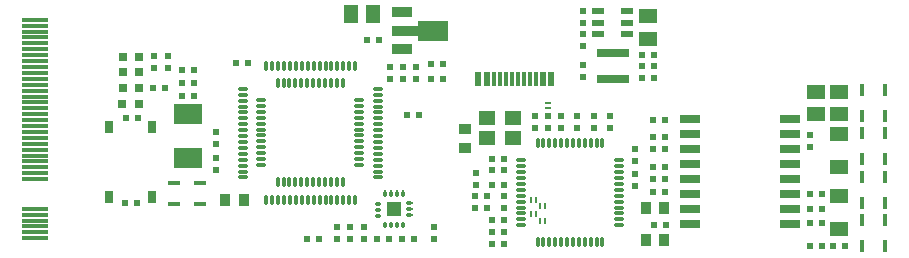
<source format=gtp>
G04*
G04 #@! TF.GenerationSoftware,Altium Limited,Altium Designer,18.1.7 (191)*
G04*
G04 Layer_Color=8421504*
%FSLAX44Y44*%
%MOMM*%
G71*
G01*
G75*
%ADD16R,0.6000X0.6000*%
%ADD17R,2.6000X1.7000*%
%ADD18R,1.7000X0.9000*%
%ADD19R,2.5000X0.9000*%
%ADD20R,0.4500X1.0000*%
%ADD21R,1.5000X1.3000*%
%ADD22R,0.6000X0.6000*%
%ADD23R,1.0000X0.5500*%
%ADD24R,1.0000X0.5500*%
%ADD25R,2.7000X0.8000*%
%ADD26R,0.8000X0.8000*%
%ADD27R,1.0000X0.4500*%
%ADD28R,0.2000X0.6000*%
%ADD29R,1.5000X1.2000*%
%ADD30R,0.9300X0.9800*%
%ADD31R,0.2800X0.2800*%
%ADD32O,0.2800X0.6600*%
%ADD33O,0.6600X0.2800*%
%ADD34R,1.2500X1.2500*%
%ADD35R,1.3000X1.5000*%
%ADD36R,2.2500X0.3500*%
%ADD37R,0.6000X1.1500*%
%ADD38R,0.3000X1.1500*%
%ADD39R,0.7000X1.1000*%
G04:AMPARAMS|DCode=40|XSize=0.3mm|YSize=0.8mm|CornerRadius=0.075mm|HoleSize=0mm|Usage=FLASHONLY|Rotation=180.000|XOffset=0mm|YOffset=0mm|HoleType=Round|Shape=RoundedRectangle|*
%AMROUNDEDRECTD40*
21,1,0.3000,0.6500,0,0,180.0*
21,1,0.1500,0.8000,0,0,180.0*
1,1,0.1500,-0.0750,0.3250*
1,1,0.1500,0.0750,0.3250*
1,1,0.1500,0.0750,-0.3250*
1,1,0.1500,-0.0750,-0.3250*
%
%ADD40ROUNDEDRECTD40*%
G04:AMPARAMS|DCode=41|XSize=0.3mm|YSize=0.8mm|CornerRadius=0.075mm|HoleSize=0mm|Usage=FLASHONLY|Rotation=90.000|XOffset=0mm|YOffset=0mm|HoleType=Round|Shape=RoundedRectangle|*
%AMROUNDEDRECTD41*
21,1,0.3000,0.6500,0,0,90.0*
21,1,0.1500,0.8000,0,0,90.0*
1,1,0.1500,0.3250,0.0750*
1,1,0.1500,0.3250,-0.0750*
1,1,0.1500,-0.3250,-0.0750*
1,1,0.1500,-0.3250,0.0750*
%
%ADD41ROUNDEDRECTD41*%
%ADD42R,2.4000X1.7000*%
%ADD43R,0.9800X0.9300*%
%ADD44R,0.6000X0.2000*%
%ADD45R,1.4000X1.2000*%
%ADD46R,1.6700X0.7600*%
D16*
X526080Y450000D02*
D03*
X515920D02*
D03*
X267080Y332000D02*
D03*
X256920D02*
D03*
X495920Y407000D02*
D03*
X506080D02*
D03*
X564080Y328000D02*
D03*
X553920D02*
D03*
X847080Y296000D02*
D03*
X836920D02*
D03*
X867080D02*
D03*
X856920D02*
D03*
X694920Y458000D02*
D03*
X705080D02*
D03*
X258420Y404000D02*
D03*
X268580D02*
D03*
X502080Y302000D02*
D03*
X491920D02*
D03*
X470920D02*
D03*
X481080D02*
D03*
X472080Y470000D02*
D03*
X461920D02*
D03*
X361080Y451000D02*
D03*
X350920D02*
D03*
X316080Y434000D02*
D03*
X305920D02*
D03*
Y423000D02*
D03*
X316080D02*
D03*
Y445000D02*
D03*
X305920D02*
D03*
X280920Y430000D02*
D03*
X291080D02*
D03*
X421080Y302000D02*
D03*
X410920D02*
D03*
X515920Y437000D02*
D03*
X526080D02*
D03*
X578080Y308000D02*
D03*
X567920D02*
D03*
X836920Y340000D02*
D03*
X847080D02*
D03*
X836920Y315000D02*
D03*
X847080D02*
D03*
X836920Y327000D02*
D03*
X847080D02*
D03*
X703920Y378000D02*
D03*
X714080D02*
D03*
X703920Y403000D02*
D03*
X714080D02*
D03*
X703920Y363000D02*
D03*
X714080D02*
D03*
X578080Y298000D02*
D03*
X567920D02*
D03*
X578080Y318000D02*
D03*
X567920D02*
D03*
Y370000D02*
D03*
X578080D02*
D03*
X567920Y360000D02*
D03*
X578080D02*
D03*
X703920Y353000D02*
D03*
X714080D02*
D03*
X715080Y314000D02*
D03*
X704920D02*
D03*
X714080Y342000D02*
D03*
X703920D02*
D03*
X714080Y388000D02*
D03*
X703920D02*
D03*
X564080Y338000D02*
D03*
X553920D02*
D03*
X578080Y348000D02*
D03*
X567920D02*
D03*
D17*
X518000Y478000D02*
D03*
D18*
X492000Y463000D02*
D03*
Y494000D02*
D03*
D19*
X496000Y478000D02*
D03*
D20*
X881000Y354000D02*
D03*
Y332000D02*
D03*
X901000Y354000D02*
D03*
Y332000D02*
D03*
Y318000D02*
D03*
Y296000D02*
D03*
X881000Y318000D02*
D03*
Y296000D02*
D03*
X901000Y406000D02*
D03*
Y428000D02*
D03*
X881000Y406000D02*
D03*
Y428000D02*
D03*
X901000Y370000D02*
D03*
Y392000D02*
D03*
X881000Y370000D02*
D03*
Y392000D02*
D03*
D21*
X700000Y490500D02*
D03*
Y471500D02*
D03*
X842000Y407500D02*
D03*
Y426500D02*
D03*
X862000Y407500D02*
D03*
Y426500D02*
D03*
D22*
X645000Y475080D02*
D03*
Y464920D02*
D03*
Y495080D02*
D03*
Y484920D02*
D03*
X448000Y312080D02*
D03*
Y301920D02*
D03*
X334000Y359920D02*
D03*
Y370080D02*
D03*
X482000Y436920D02*
D03*
Y447080D02*
D03*
X437000Y312000D02*
D03*
Y301840D02*
D03*
X695000Y448080D02*
D03*
Y437920D02*
D03*
X705000Y448080D02*
D03*
Y437920D02*
D03*
X645000Y438920D02*
D03*
Y449080D02*
D03*
X504000Y447080D02*
D03*
Y436920D02*
D03*
X294000Y446920D02*
D03*
Y457080D02*
D03*
X282000Y446920D02*
D03*
Y457080D02*
D03*
X493000Y447080D02*
D03*
Y436920D02*
D03*
X334000Y381920D02*
D03*
Y392080D02*
D03*
X460000Y301920D02*
D03*
Y312080D02*
D03*
X519000D02*
D03*
Y301920D02*
D03*
X837000Y390080D02*
D03*
Y379920D02*
D03*
X578000Y327920D02*
D03*
Y338080D02*
D03*
X689000Y367920D02*
D03*
Y378080D02*
D03*
X554000Y347920D02*
D03*
Y358080D02*
D03*
X604000Y395920D02*
D03*
Y406080D02*
D03*
X615000Y395920D02*
D03*
Y406080D02*
D03*
X626000D02*
D03*
Y395920D02*
D03*
X640000D02*
D03*
Y406080D02*
D03*
X654000Y395920D02*
D03*
Y406080D02*
D03*
X668000Y396000D02*
D03*
Y406160D02*
D03*
X689000Y346920D02*
D03*
Y357080D02*
D03*
D23*
X682000Y475500D02*
D03*
D24*
Y485000D02*
D03*
Y494500D02*
D03*
X658000D02*
D03*
Y475500D02*
D03*
Y485000D02*
D03*
D25*
X670000Y437000D02*
D03*
Y459000D02*
D03*
D26*
X269000Y416000D02*
D03*
X255000D02*
D03*
X269300Y430000D02*
D03*
X255300D02*
D03*
X269300Y443000D02*
D03*
X255300D02*
D03*
X269300Y456000D02*
D03*
X255300D02*
D03*
D27*
X298500Y331500D02*
D03*
X320500D02*
D03*
X298500Y349000D02*
D03*
X320500D02*
D03*
D28*
X605000Y335000D02*
D03*
X601000D02*
D03*
X605000Y323000D02*
D03*
X601000D02*
D03*
X613000Y330000D02*
D03*
X609000D02*
D03*
X613000Y317000D02*
D03*
X609000D02*
D03*
D29*
X862000Y390954D02*
D03*
Y363046D02*
D03*
Y310046D02*
D03*
Y337954D02*
D03*
D30*
X698300Y328000D02*
D03*
X713700D02*
D03*
X698300Y301000D02*
D03*
X713700D02*
D03*
X342300Y335000D02*
D03*
X357700D02*
D03*
D31*
X492350Y311810D02*
D03*
X487350D02*
D03*
X482350D02*
D03*
X477350D02*
D03*
X469700Y321746D02*
D03*
Y326746D02*
D03*
Y331746D02*
D03*
X477350Y342110D02*
D03*
X482350D02*
D03*
X487350D02*
D03*
X492350D02*
D03*
X500000Y332000D02*
D03*
Y327000D02*
D03*
Y322000D02*
D03*
D32*
X492350Y313710D02*
D03*
X487350D02*
D03*
X482350D02*
D03*
X477350D02*
D03*
Y340210D02*
D03*
X482350D02*
D03*
X487350D02*
D03*
X492350D02*
D03*
D33*
X471600Y321746D02*
D03*
Y326746D02*
D03*
Y331746D02*
D03*
X498100Y332000D02*
D03*
Y327000D02*
D03*
Y322000D02*
D03*
D34*
X484850Y326960D02*
D03*
D35*
X448500Y492000D02*
D03*
X467500D02*
D03*
D36*
X181000Y457500D02*
D03*
Y452500D02*
D03*
Y447500D02*
D03*
Y442500D02*
D03*
Y302500D02*
D03*
Y307500D02*
D03*
Y312500D02*
D03*
Y317500D02*
D03*
Y322500D02*
D03*
Y327500D02*
D03*
Y352500D02*
D03*
Y357500D02*
D03*
Y362500D02*
D03*
Y367500D02*
D03*
Y372500D02*
D03*
Y377500D02*
D03*
Y382500D02*
D03*
Y387500D02*
D03*
Y392500D02*
D03*
Y397500D02*
D03*
Y402500D02*
D03*
Y407500D02*
D03*
Y412500D02*
D03*
Y417500D02*
D03*
Y422500D02*
D03*
Y427500D02*
D03*
Y432500D02*
D03*
Y437500D02*
D03*
Y462500D02*
D03*
Y487500D02*
D03*
Y482500D02*
D03*
Y477500D02*
D03*
Y472500D02*
D03*
Y467500D02*
D03*
D37*
X618300Y437600D02*
D03*
X610800D02*
D03*
X563800Y437570D02*
D03*
X556300Y437600D02*
D03*
D38*
X604800D02*
D03*
X599800D02*
D03*
X594800D02*
D03*
X589800D02*
D03*
X584800Y437570D02*
D03*
X579800Y437600D02*
D03*
X574800D02*
D03*
X569800D02*
D03*
D39*
X280500Y337500D02*
D03*
Y396500D02*
D03*
X243500D02*
D03*
Y337500D02*
D03*
D40*
X452000Y448500D02*
D03*
X447000D02*
D03*
X442000D02*
D03*
X437000D02*
D03*
X432000D02*
D03*
X427000D02*
D03*
X422000D02*
D03*
X417000D02*
D03*
X412000D02*
D03*
X407000D02*
D03*
X402000D02*
D03*
X397000D02*
D03*
X392000D02*
D03*
X387000D02*
D03*
X382000D02*
D03*
X377000D02*
D03*
X452000Y334500D02*
D03*
X447000D02*
D03*
X442000D02*
D03*
X437000D02*
D03*
X432000D02*
D03*
X427000D02*
D03*
X422000D02*
D03*
X417000D02*
D03*
X412000D02*
D03*
X407000D02*
D03*
X402000D02*
D03*
X397000D02*
D03*
X392000D02*
D03*
X387000D02*
D03*
X382000D02*
D03*
X377000D02*
D03*
X386500Y350250D02*
D03*
X391500D02*
D03*
X396500D02*
D03*
X401500D02*
D03*
X406500D02*
D03*
X411500D02*
D03*
X416500D02*
D03*
X421500D02*
D03*
X426500D02*
D03*
X431500D02*
D03*
X436500D02*
D03*
X441500D02*
D03*
X386500Y433750D02*
D03*
X391500D02*
D03*
X396500D02*
D03*
X401500D02*
D03*
X406500D02*
D03*
X411500D02*
D03*
X416500D02*
D03*
X421500D02*
D03*
X426500D02*
D03*
X431500D02*
D03*
X436500D02*
D03*
X441500D02*
D03*
X661500Y382750D02*
D03*
X656500D02*
D03*
X651500D02*
D03*
X646500D02*
D03*
X641500D02*
D03*
X636500D02*
D03*
X631500D02*
D03*
X626500D02*
D03*
X621500D02*
D03*
X616500D02*
D03*
X611500D02*
D03*
X606500D02*
D03*
X661500Y299250D02*
D03*
X656500D02*
D03*
X651500D02*
D03*
X646500D02*
D03*
X641500D02*
D03*
X636500D02*
D03*
X631500D02*
D03*
X626500D02*
D03*
X621500D02*
D03*
X616500D02*
D03*
X611500D02*
D03*
X606500D02*
D03*
D41*
X471500Y354000D02*
D03*
Y359000D02*
D03*
Y364000D02*
D03*
Y369000D02*
D03*
Y374000D02*
D03*
Y379000D02*
D03*
Y384000D02*
D03*
Y389000D02*
D03*
Y394000D02*
D03*
Y399000D02*
D03*
Y404000D02*
D03*
Y409000D02*
D03*
Y414000D02*
D03*
Y419000D02*
D03*
Y424000D02*
D03*
Y429000D02*
D03*
X357080Y354000D02*
D03*
Y359000D02*
D03*
Y364000D02*
D03*
Y369000D02*
D03*
Y374000D02*
D03*
Y379000D02*
D03*
Y384000D02*
D03*
Y389000D02*
D03*
Y394000D02*
D03*
Y399000D02*
D03*
Y404000D02*
D03*
Y409000D02*
D03*
Y414000D02*
D03*
Y419000D02*
D03*
Y424000D02*
D03*
Y429000D02*
D03*
X372250Y419500D02*
D03*
X372250Y414500D02*
D03*
X372250Y409500D02*
D03*
X372250Y404500D02*
D03*
Y399500D02*
D03*
Y394500D02*
D03*
Y389500D02*
D03*
Y384500D02*
D03*
X372250Y379500D02*
D03*
X372250Y374500D02*
D03*
Y369500D02*
D03*
Y364500D02*
D03*
X455750Y419500D02*
D03*
Y414500D02*
D03*
Y409500D02*
D03*
Y404500D02*
D03*
Y399500D02*
D03*
Y394500D02*
D03*
Y389500D02*
D03*
Y384500D02*
D03*
Y379500D02*
D03*
Y374500D02*
D03*
Y369500D02*
D03*
Y364500D02*
D03*
X675750Y313500D02*
D03*
X675750Y318500D02*
D03*
X675750Y323500D02*
D03*
X675750Y328500D02*
D03*
Y333500D02*
D03*
Y338500D02*
D03*
Y343500D02*
D03*
Y348500D02*
D03*
X675750Y353500D02*
D03*
X675750Y358500D02*
D03*
Y363500D02*
D03*
Y368500D02*
D03*
X592250Y313500D02*
D03*
Y318500D02*
D03*
Y323500D02*
D03*
Y328500D02*
D03*
Y333500D02*
D03*
Y338500D02*
D03*
Y343500D02*
D03*
Y348500D02*
D03*
Y353500D02*
D03*
Y358500D02*
D03*
Y363500D02*
D03*
Y368500D02*
D03*
D42*
X310600Y407500D02*
D03*
Y370500D02*
D03*
D43*
X545000Y394700D02*
D03*
Y379300D02*
D03*
D44*
X615000Y413000D02*
D03*
Y417000D02*
D03*
D45*
X586000Y387000D02*
D03*
Y404000D02*
D03*
X564000D02*
D03*
Y387000D02*
D03*
D46*
X735350Y403450D02*
D03*
Y390750D02*
D03*
Y378050D02*
D03*
Y365350D02*
D03*
Y352650D02*
D03*
Y339950D02*
D03*
Y327250D02*
D03*
Y314550D02*
D03*
X820650D02*
D03*
Y327250D02*
D03*
Y339950D02*
D03*
Y352650D02*
D03*
Y365350D02*
D03*
Y378050D02*
D03*
Y390750D02*
D03*
Y403450D02*
D03*
M02*

</source>
